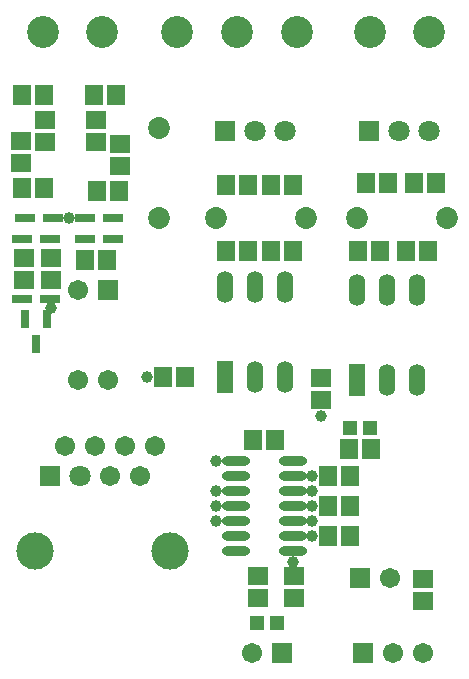
<source format=gbr>
%FSDAX24Y24*%
%MOIN*%
%SFA1B1*%

%IPPOS*%
%ADD39R,0.059200X0.067100*%
%ADD40O,0.094600X0.031600*%
%ADD41R,0.067100X0.059200*%
%ADD42R,0.065100X0.029700*%
%ADD43R,0.031600X0.059200*%
%ADD44R,0.051300X0.047400*%
%ADD45R,0.067100X0.067100*%
%ADD46C,0.067100*%
%ADD47R,0.067100X0.067100*%
%ADD48C,0.106400*%
%ADD49C,0.073000*%
%ADD50O,0.055200X0.106400*%
%ADD51R,0.055200X0.106400*%
%ADD52C,0.071000*%
%ADD53R,0.071000X0.071000*%
%ADD54C,0.124100*%
%ADD55C,0.071000*%
%ADD56C,0.067100*%
%ADD57R,0.067100X0.067100*%
%ADD58C,0.039500*%
%LNde-060418_soldermask_top-1*%
%LPD*%
G54D39*
X011774Y004900D03*
X011026D03*
X009274Y008100D03*
X008526D03*
X003226Y019600D03*
X003974D03*
X003326Y016400D03*
X004074D03*
X003674Y014100D03*
X002926D03*
X001574Y019600D03*
X000826D03*
X001574Y016500D03*
X000826D03*
X008374Y016600D03*
X007626D03*
X009874D03*
X009126D03*
Y014400D03*
X009874D03*
X007626D03*
X008374D03*
X011774Y005900D03*
X011026D03*
X012474Y007800D03*
X011726D03*
X006274Y010200D03*
X005526D03*
X013024Y016650D03*
X012276D03*
X014624D03*
X013876D03*
X013626Y014400D03*
X014374D03*
X012026D03*
X012774D03*
X011774Y006900D03*
X011026D03*
G54D40*
X009845Y004400D03*
Y004900D03*
Y005400D03*
Y005900D03*
Y006400D03*
Y006900D03*
Y007400D03*
X007955Y004400D03*
Y004900D03*
Y005400D03*
Y005900D03*
Y006400D03*
Y006900D03*
Y007400D03*
G54D41*
X003300Y018026D03*
Y018774D03*
X004100Y017226D03*
Y017974D03*
X000900Y013426D03*
Y014174D03*
X001800Y013426D03*
Y014174D03*
X009900Y003574D03*
Y002826D03*
X008700Y003574D03*
Y002826D03*
X001600Y018026D03*
Y018774D03*
X000800Y017326D03*
Y018074D03*
X010800Y010174D03*
Y009426D03*
X014200Y002726D03*
Y003474D03*
G54D42*
X003863Y014800D03*
X002937D03*
X000837D03*
X001763D03*
X000837Y012800D03*
X001763D03*
X002937Y015500D03*
X003863D03*
X001863D03*
X000937D03*
G54D43*
X001674Y012113D03*
X000926D03*
X001300Y011287D03*
G54D44*
X011765Y008500D03*
X012435D03*
X008665Y002000D03*
X009335D03*
G54D45*
X012200Y001000D03*
X012100Y003500D03*
X009500Y001000D03*
G54D46*
X013200Y001000D03*
X014200D03*
X002700Y010100D03*
X003700D03*
X002700Y013100D03*
X013100Y003500D03*
X008500Y001000D03*
G54D47*
X003700Y013100D03*
G54D48*
X001516Y021700D03*
X003484D03*
X010000D03*
X008000D03*
X006000D03*
X014384D03*
X012416D03*
G54D49*
X005400Y018500D03*
Y015500D03*
X010300D03*
X007300D03*
X015000D03*
X012000D03*
G54D50*
X009600Y013200D03*
X008600D03*
X007600D03*
X009600Y010200D03*
X008600D03*
X014000Y013100D03*
X013000D03*
X012000D03*
X014000Y010100D03*
X013000D03*
G54D51*
X007600Y010200D03*
X012000Y010100D03*
G54D52*
X009600Y018400D03*
X008600D03*
X014400D03*
X013400D03*
G54D53*
X007600Y018400D03*
X012400D03*
G54D54*
X005750Y004390D03*
X001250D03*
G54D55*
X002750Y006890D03*
G54D56*
X003750Y006890D03*
X003250Y007890D03*
X004250D03*
X004750Y006890D03*
X002250Y007890D03*
X005250D03*
G54D57*
X001750Y006890D03*
G54D58*
X007300Y007400D03*
X002400Y015500D03*
X001800Y012500D03*
X007300Y006400D03*
Y005400D03*
X010500D03*
Y006400D03*
X010800Y008900D03*
X010500Y006900D03*
Y005900D03*
Y004900D03*
X005000Y010200D03*
X007300Y005900D03*
X009845Y004015D03*
M02*
</source>
